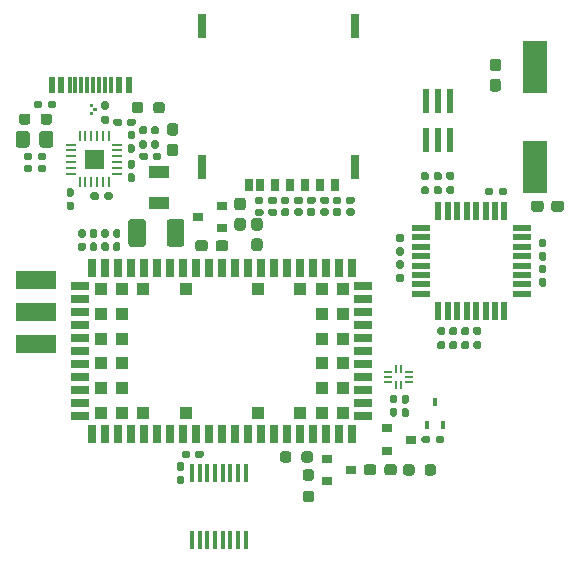
<source format=gtp>
G04 #@! TF.GenerationSoftware,KiCad,Pcbnew,5.1.10-88a1d61d58~90~ubuntu20.04.1*
G04 #@! TF.CreationDate,2021-10-18T20:01:28+01:00*
G04 #@! TF.ProjectId,GPS Hardware,47505320-4861-4726-9477-6172652e6b69,rev?*
G04 #@! TF.SameCoordinates,Original*
G04 #@! TF.FileFunction,Paste,Top*
G04 #@! TF.FilePolarity,Positive*
%FSLAX46Y46*%
G04 Gerber Fmt 4.6, Leading zero omitted, Abs format (unit mm)*
G04 Created by KiCad (PCBNEW 5.1.10-88a1d61d58~90~ubuntu20.04.1) date 2021-10-18 20:01:28*
%MOMM*%
%LPD*%
G01*
G04 APERTURE LIST*
%ADD10C,0.010000*%
%ADD11R,0.800000X1.140000*%
%ADD12R,0.700000X2.100000*%
%ADD13R,0.500000X2.000000*%
%ADD14R,0.550000X1.600000*%
%ADD15R,1.600000X0.550000*%
%ADD16R,0.410000X1.570000*%
%ADD17R,0.450000X0.700000*%
%ADD18R,0.900000X0.800000*%
%ADD19R,1.050000X1.050000*%
%ADD20R,1.550000X0.750000*%
%ADD21R,0.750000X1.550000*%
%ADD22R,0.600000X1.450000*%
%ADD23R,0.300000X1.450000*%
%ADD24R,2.000000X4.500000*%
%ADD25R,3.500000X1.500000*%
%ADD26R,0.200000X0.800000*%
%ADD27R,0.800000X0.200000*%
%ADD28R,0.860000X0.270000*%
%ADD29R,0.270000X0.860000*%
%ADD30R,1.800000X1.100000*%
G04 APERTURE END LIST*
D10*
G36*
X108465000Y-69405000D02*
G01*
X108467617Y-69404931D01*
X108470226Y-69404726D01*
X108472822Y-69404384D01*
X108475396Y-69403907D01*
X108477941Y-69403296D01*
X108480451Y-69402553D01*
X108482918Y-69401679D01*
X108485337Y-69400677D01*
X108487700Y-69399550D01*
X108490000Y-69398301D01*
X108492232Y-69396934D01*
X108494389Y-69395451D01*
X108496466Y-69393857D01*
X108498457Y-69392157D01*
X108500355Y-69390355D01*
X108502157Y-69388457D01*
X108503857Y-69386466D01*
X108505451Y-69384389D01*
X108506934Y-69382232D01*
X108508301Y-69380000D01*
X108509550Y-69377700D01*
X108510677Y-69375337D01*
X108511679Y-69372918D01*
X108512553Y-69370451D01*
X108513296Y-69367941D01*
X108513907Y-69365396D01*
X108514384Y-69362822D01*
X108514726Y-69360226D01*
X108514931Y-69357617D01*
X108515000Y-69355000D01*
X108515000Y-69245000D01*
X108514931Y-69242383D01*
X108514726Y-69239774D01*
X108514384Y-69237178D01*
X108513907Y-69234604D01*
X108513296Y-69232059D01*
X108512553Y-69229549D01*
X108511679Y-69227082D01*
X108510677Y-69224663D01*
X108509550Y-69222300D01*
X108508301Y-69220000D01*
X108506934Y-69217768D01*
X108505451Y-69215611D01*
X108503857Y-69213534D01*
X108502157Y-69211543D01*
X108500355Y-69209645D01*
X108498457Y-69207843D01*
X108496466Y-69206143D01*
X108494389Y-69204549D01*
X108492232Y-69203066D01*
X108490000Y-69201699D01*
X108487700Y-69200450D01*
X108485337Y-69199323D01*
X108482918Y-69198321D01*
X108480451Y-69197447D01*
X108477941Y-69196704D01*
X108475396Y-69196093D01*
X108472822Y-69195616D01*
X108470226Y-69195274D01*
X108467617Y-69195069D01*
X108465000Y-69195000D01*
X108355000Y-69195000D01*
X108352383Y-69195069D01*
X108349774Y-69195274D01*
X108347178Y-69195616D01*
X108344604Y-69196093D01*
X108342059Y-69196704D01*
X108339549Y-69197447D01*
X108337082Y-69198321D01*
X108334663Y-69199323D01*
X108332300Y-69200450D01*
X108330000Y-69201699D01*
X108327768Y-69203066D01*
X108325611Y-69204549D01*
X108323534Y-69206143D01*
X108321543Y-69207843D01*
X108319645Y-69209645D01*
X108317843Y-69211543D01*
X108316143Y-69213534D01*
X108314549Y-69215611D01*
X108313066Y-69217768D01*
X108311699Y-69220000D01*
X108310450Y-69222300D01*
X108309323Y-69224663D01*
X108308321Y-69227082D01*
X108307447Y-69229549D01*
X108306704Y-69232059D01*
X108306093Y-69234604D01*
X108305616Y-69237178D01*
X108305274Y-69239774D01*
X108305069Y-69242383D01*
X108305000Y-69245000D01*
X108305000Y-69355000D01*
X108305069Y-69357617D01*
X108305274Y-69360226D01*
X108305616Y-69362822D01*
X108306093Y-69365396D01*
X108306704Y-69367941D01*
X108307447Y-69370451D01*
X108308321Y-69372918D01*
X108309323Y-69375337D01*
X108310450Y-69377700D01*
X108311699Y-69380000D01*
X108313066Y-69382232D01*
X108314549Y-69384389D01*
X108316143Y-69386466D01*
X108317843Y-69388457D01*
X108319645Y-69390355D01*
X108321543Y-69392157D01*
X108323534Y-69393857D01*
X108325611Y-69395451D01*
X108327768Y-69396934D01*
X108330000Y-69398301D01*
X108332300Y-69399550D01*
X108334663Y-69400677D01*
X108337082Y-69401679D01*
X108339549Y-69402553D01*
X108342059Y-69403296D01*
X108344604Y-69403907D01*
X108347178Y-69404384D01*
X108349774Y-69404726D01*
X108352383Y-69404931D01*
X108355000Y-69405000D01*
X108465000Y-69405000D01*
G37*
X108465000Y-69405000D02*
X108467617Y-69404931D01*
X108470226Y-69404726D01*
X108472822Y-69404384D01*
X108475396Y-69403907D01*
X108477941Y-69403296D01*
X108480451Y-69402553D01*
X108482918Y-69401679D01*
X108485337Y-69400677D01*
X108487700Y-69399550D01*
X108490000Y-69398301D01*
X108492232Y-69396934D01*
X108494389Y-69395451D01*
X108496466Y-69393857D01*
X108498457Y-69392157D01*
X108500355Y-69390355D01*
X108502157Y-69388457D01*
X108503857Y-69386466D01*
X108505451Y-69384389D01*
X108506934Y-69382232D01*
X108508301Y-69380000D01*
X108509550Y-69377700D01*
X108510677Y-69375337D01*
X108511679Y-69372918D01*
X108512553Y-69370451D01*
X108513296Y-69367941D01*
X108513907Y-69365396D01*
X108514384Y-69362822D01*
X108514726Y-69360226D01*
X108514931Y-69357617D01*
X108515000Y-69355000D01*
X108515000Y-69245000D01*
X108514931Y-69242383D01*
X108514726Y-69239774D01*
X108514384Y-69237178D01*
X108513907Y-69234604D01*
X108513296Y-69232059D01*
X108512553Y-69229549D01*
X108511679Y-69227082D01*
X108510677Y-69224663D01*
X108509550Y-69222300D01*
X108508301Y-69220000D01*
X108506934Y-69217768D01*
X108505451Y-69215611D01*
X108503857Y-69213534D01*
X108502157Y-69211543D01*
X108500355Y-69209645D01*
X108498457Y-69207843D01*
X108496466Y-69206143D01*
X108494389Y-69204549D01*
X108492232Y-69203066D01*
X108490000Y-69201699D01*
X108487700Y-69200450D01*
X108485337Y-69199323D01*
X108482918Y-69198321D01*
X108480451Y-69197447D01*
X108477941Y-69196704D01*
X108475396Y-69196093D01*
X108472822Y-69195616D01*
X108470226Y-69195274D01*
X108467617Y-69195069D01*
X108465000Y-69195000D01*
X108355000Y-69195000D01*
X108352383Y-69195069D01*
X108349774Y-69195274D01*
X108347178Y-69195616D01*
X108344604Y-69196093D01*
X108342059Y-69196704D01*
X108339549Y-69197447D01*
X108337082Y-69198321D01*
X108334663Y-69199323D01*
X108332300Y-69200450D01*
X108330000Y-69201699D01*
X108327768Y-69203066D01*
X108325611Y-69204549D01*
X108323534Y-69206143D01*
X108321543Y-69207843D01*
X108319645Y-69209645D01*
X108317843Y-69211543D01*
X108316143Y-69213534D01*
X108314549Y-69215611D01*
X108313066Y-69217768D01*
X108311699Y-69220000D01*
X108310450Y-69222300D01*
X108309323Y-69224663D01*
X108308321Y-69227082D01*
X108307447Y-69229549D01*
X108306704Y-69232059D01*
X108306093Y-69234604D01*
X108305616Y-69237178D01*
X108305274Y-69239774D01*
X108305069Y-69242383D01*
X108305000Y-69245000D01*
X108305000Y-69355000D01*
X108305069Y-69357617D01*
X108305274Y-69360226D01*
X108305616Y-69362822D01*
X108306093Y-69365396D01*
X108306704Y-69367941D01*
X108307447Y-69370451D01*
X108308321Y-69372918D01*
X108309323Y-69375337D01*
X108310450Y-69377700D01*
X108311699Y-69380000D01*
X108313066Y-69382232D01*
X108314549Y-69384389D01*
X108316143Y-69386466D01*
X108317843Y-69388457D01*
X108319645Y-69390355D01*
X108321543Y-69392157D01*
X108323534Y-69393857D01*
X108325611Y-69395451D01*
X108327768Y-69396934D01*
X108330000Y-69398301D01*
X108332300Y-69399550D01*
X108334663Y-69400677D01*
X108337082Y-69401679D01*
X108339549Y-69402553D01*
X108342059Y-69403296D01*
X108344604Y-69403907D01*
X108347178Y-69404384D01*
X108349774Y-69404726D01*
X108352383Y-69404931D01*
X108355000Y-69405000D01*
X108465000Y-69405000D01*
G36*
X108165000Y-69065000D02*
G01*
X108167617Y-69064931D01*
X108170226Y-69064726D01*
X108172822Y-69064384D01*
X108175396Y-69063907D01*
X108177941Y-69063296D01*
X108180451Y-69062553D01*
X108182918Y-69061679D01*
X108185337Y-69060677D01*
X108187700Y-69059550D01*
X108190000Y-69058301D01*
X108192232Y-69056934D01*
X108194389Y-69055451D01*
X108196466Y-69053857D01*
X108198457Y-69052157D01*
X108200355Y-69050355D01*
X108202157Y-69048457D01*
X108203857Y-69046466D01*
X108205451Y-69044389D01*
X108206934Y-69042232D01*
X108208301Y-69040000D01*
X108209550Y-69037700D01*
X108210677Y-69035337D01*
X108211679Y-69032918D01*
X108212553Y-69030451D01*
X108213296Y-69027941D01*
X108213907Y-69025396D01*
X108214384Y-69022822D01*
X108214726Y-69020226D01*
X108214931Y-69017617D01*
X108215000Y-69015000D01*
X108215000Y-68905000D01*
X108214931Y-68902383D01*
X108214726Y-68899774D01*
X108214384Y-68897178D01*
X108213907Y-68894604D01*
X108213296Y-68892059D01*
X108212553Y-68889549D01*
X108211679Y-68887082D01*
X108210677Y-68884663D01*
X108209550Y-68882300D01*
X108208301Y-68880000D01*
X108206934Y-68877768D01*
X108205451Y-68875611D01*
X108203857Y-68873534D01*
X108202157Y-68871543D01*
X108200355Y-68869645D01*
X108198457Y-68867843D01*
X108196466Y-68866143D01*
X108194389Y-68864549D01*
X108192232Y-68863066D01*
X108190000Y-68861699D01*
X108187700Y-68860450D01*
X108185337Y-68859323D01*
X108182918Y-68858321D01*
X108180451Y-68857447D01*
X108177941Y-68856704D01*
X108175396Y-68856093D01*
X108172822Y-68855616D01*
X108170226Y-68855274D01*
X108167617Y-68855069D01*
X108165000Y-68855000D01*
X108055000Y-68855000D01*
X108052383Y-68855069D01*
X108049774Y-68855274D01*
X108047178Y-68855616D01*
X108044604Y-68856093D01*
X108042059Y-68856704D01*
X108039549Y-68857447D01*
X108037082Y-68858321D01*
X108034663Y-68859323D01*
X108032300Y-68860450D01*
X108030000Y-68861699D01*
X108027768Y-68863066D01*
X108025611Y-68864549D01*
X108023534Y-68866143D01*
X108021543Y-68867843D01*
X108019645Y-68869645D01*
X108017843Y-68871543D01*
X108016143Y-68873534D01*
X108014549Y-68875611D01*
X108013066Y-68877768D01*
X108011699Y-68880000D01*
X108010450Y-68882300D01*
X108009323Y-68884663D01*
X108008321Y-68887082D01*
X108007447Y-68889549D01*
X108006704Y-68892059D01*
X108006093Y-68894604D01*
X108005616Y-68897178D01*
X108005274Y-68899774D01*
X108005069Y-68902383D01*
X108005000Y-68905000D01*
X108005000Y-69015000D01*
X108005069Y-69017617D01*
X108005274Y-69020226D01*
X108005616Y-69022822D01*
X108006093Y-69025396D01*
X108006704Y-69027941D01*
X108007447Y-69030451D01*
X108008321Y-69032918D01*
X108009323Y-69035337D01*
X108010450Y-69037700D01*
X108011699Y-69040000D01*
X108013066Y-69042232D01*
X108014549Y-69044389D01*
X108016143Y-69046466D01*
X108017843Y-69048457D01*
X108019645Y-69050355D01*
X108021543Y-69052157D01*
X108023534Y-69053857D01*
X108025611Y-69055451D01*
X108027768Y-69056934D01*
X108030000Y-69058301D01*
X108032300Y-69059550D01*
X108034663Y-69060677D01*
X108037082Y-69061679D01*
X108039549Y-69062553D01*
X108042059Y-69063296D01*
X108044604Y-69063907D01*
X108047178Y-69064384D01*
X108049774Y-69064726D01*
X108052383Y-69064931D01*
X108055000Y-69065000D01*
X108165000Y-69065000D01*
G37*
X108165000Y-69065000D02*
X108167617Y-69064931D01*
X108170226Y-69064726D01*
X108172822Y-69064384D01*
X108175396Y-69063907D01*
X108177941Y-69063296D01*
X108180451Y-69062553D01*
X108182918Y-69061679D01*
X108185337Y-69060677D01*
X108187700Y-69059550D01*
X108190000Y-69058301D01*
X108192232Y-69056934D01*
X108194389Y-69055451D01*
X108196466Y-69053857D01*
X108198457Y-69052157D01*
X108200355Y-69050355D01*
X108202157Y-69048457D01*
X108203857Y-69046466D01*
X108205451Y-69044389D01*
X108206934Y-69042232D01*
X108208301Y-69040000D01*
X108209550Y-69037700D01*
X108210677Y-69035337D01*
X108211679Y-69032918D01*
X108212553Y-69030451D01*
X108213296Y-69027941D01*
X108213907Y-69025396D01*
X108214384Y-69022822D01*
X108214726Y-69020226D01*
X108214931Y-69017617D01*
X108215000Y-69015000D01*
X108215000Y-68905000D01*
X108214931Y-68902383D01*
X108214726Y-68899774D01*
X108214384Y-68897178D01*
X108213907Y-68894604D01*
X108213296Y-68892059D01*
X108212553Y-68889549D01*
X108211679Y-68887082D01*
X108210677Y-68884663D01*
X108209550Y-68882300D01*
X108208301Y-68880000D01*
X108206934Y-68877768D01*
X108205451Y-68875611D01*
X108203857Y-68873534D01*
X108202157Y-68871543D01*
X108200355Y-68869645D01*
X108198457Y-68867843D01*
X108196466Y-68866143D01*
X108194389Y-68864549D01*
X108192232Y-68863066D01*
X108190000Y-68861699D01*
X108187700Y-68860450D01*
X108185337Y-68859323D01*
X108182918Y-68858321D01*
X108180451Y-68857447D01*
X108177941Y-68856704D01*
X108175396Y-68856093D01*
X108172822Y-68855616D01*
X108170226Y-68855274D01*
X108167617Y-68855069D01*
X108165000Y-68855000D01*
X108055000Y-68855000D01*
X108052383Y-68855069D01*
X108049774Y-68855274D01*
X108047178Y-68855616D01*
X108044604Y-68856093D01*
X108042059Y-68856704D01*
X108039549Y-68857447D01*
X108037082Y-68858321D01*
X108034663Y-68859323D01*
X108032300Y-68860450D01*
X108030000Y-68861699D01*
X108027768Y-68863066D01*
X108025611Y-68864549D01*
X108023534Y-68866143D01*
X108021543Y-68867843D01*
X108019645Y-68869645D01*
X108017843Y-68871543D01*
X108016143Y-68873534D01*
X108014549Y-68875611D01*
X108013066Y-68877768D01*
X108011699Y-68880000D01*
X108010450Y-68882300D01*
X108009323Y-68884663D01*
X108008321Y-68887082D01*
X108007447Y-68889549D01*
X108006704Y-68892059D01*
X108006093Y-68894604D01*
X108005616Y-68897178D01*
X108005274Y-68899774D01*
X108005069Y-68902383D01*
X108005000Y-68905000D01*
X108005000Y-69015000D01*
X108005069Y-69017617D01*
X108005274Y-69020226D01*
X108005616Y-69022822D01*
X108006093Y-69025396D01*
X108006704Y-69027941D01*
X108007447Y-69030451D01*
X108008321Y-69032918D01*
X108009323Y-69035337D01*
X108010450Y-69037700D01*
X108011699Y-69040000D01*
X108013066Y-69042232D01*
X108014549Y-69044389D01*
X108016143Y-69046466D01*
X108017843Y-69048457D01*
X108019645Y-69050355D01*
X108021543Y-69052157D01*
X108023534Y-69053857D01*
X108025611Y-69055451D01*
X108027768Y-69056934D01*
X108030000Y-69058301D01*
X108032300Y-69059550D01*
X108034663Y-69060677D01*
X108037082Y-69061679D01*
X108039549Y-69062553D01*
X108042059Y-69063296D01*
X108044604Y-69063907D01*
X108047178Y-69064384D01*
X108049774Y-69064726D01*
X108052383Y-69064931D01*
X108055000Y-69065000D01*
X108165000Y-69065000D01*
G36*
X108165000Y-69745000D02*
G01*
X108167617Y-69744931D01*
X108170226Y-69744726D01*
X108172822Y-69744384D01*
X108175396Y-69743907D01*
X108177941Y-69743296D01*
X108180451Y-69742553D01*
X108182918Y-69741679D01*
X108185337Y-69740677D01*
X108187700Y-69739550D01*
X108190000Y-69738301D01*
X108192232Y-69736934D01*
X108194389Y-69735451D01*
X108196466Y-69733857D01*
X108198457Y-69732157D01*
X108200355Y-69730355D01*
X108202157Y-69728457D01*
X108203857Y-69726466D01*
X108205451Y-69724389D01*
X108206934Y-69722232D01*
X108208301Y-69720000D01*
X108209550Y-69717700D01*
X108210677Y-69715337D01*
X108211679Y-69712918D01*
X108212553Y-69710451D01*
X108213296Y-69707941D01*
X108213907Y-69705396D01*
X108214384Y-69702822D01*
X108214726Y-69700226D01*
X108214931Y-69697617D01*
X108215000Y-69695000D01*
X108215000Y-69585000D01*
X108214931Y-69582383D01*
X108214726Y-69579774D01*
X108214384Y-69577178D01*
X108213907Y-69574604D01*
X108213296Y-69572059D01*
X108212553Y-69569549D01*
X108211679Y-69567082D01*
X108210677Y-69564663D01*
X108209550Y-69562300D01*
X108208301Y-69560000D01*
X108206934Y-69557768D01*
X108205451Y-69555611D01*
X108203857Y-69553534D01*
X108202157Y-69551543D01*
X108200355Y-69549645D01*
X108198457Y-69547843D01*
X108196466Y-69546143D01*
X108194389Y-69544549D01*
X108192232Y-69543066D01*
X108190000Y-69541699D01*
X108187700Y-69540450D01*
X108185337Y-69539323D01*
X108182918Y-69538321D01*
X108180451Y-69537447D01*
X108177941Y-69536704D01*
X108175396Y-69536093D01*
X108172822Y-69535616D01*
X108170226Y-69535274D01*
X108167617Y-69535069D01*
X108165000Y-69535000D01*
X108055000Y-69535000D01*
X108052383Y-69535069D01*
X108049774Y-69535274D01*
X108047178Y-69535616D01*
X108044604Y-69536093D01*
X108042059Y-69536704D01*
X108039549Y-69537447D01*
X108037082Y-69538321D01*
X108034663Y-69539323D01*
X108032300Y-69540450D01*
X108030000Y-69541699D01*
X108027768Y-69543066D01*
X108025611Y-69544549D01*
X108023534Y-69546143D01*
X108021543Y-69547843D01*
X108019645Y-69549645D01*
X108017843Y-69551543D01*
X108016143Y-69553534D01*
X108014549Y-69555611D01*
X108013066Y-69557768D01*
X108011699Y-69560000D01*
X108010450Y-69562300D01*
X108009323Y-69564663D01*
X108008321Y-69567082D01*
X108007447Y-69569549D01*
X108006704Y-69572059D01*
X108006093Y-69574604D01*
X108005616Y-69577178D01*
X108005274Y-69579774D01*
X108005069Y-69582383D01*
X108005000Y-69585000D01*
X108005000Y-69695000D01*
X108005069Y-69697617D01*
X108005274Y-69700226D01*
X108005616Y-69702822D01*
X108006093Y-69705396D01*
X108006704Y-69707941D01*
X108007447Y-69710451D01*
X108008321Y-69712918D01*
X108009323Y-69715337D01*
X108010450Y-69717700D01*
X108011699Y-69720000D01*
X108013066Y-69722232D01*
X108014549Y-69724389D01*
X108016143Y-69726466D01*
X108017843Y-69728457D01*
X108019645Y-69730355D01*
X108021543Y-69732157D01*
X108023534Y-69733857D01*
X108025611Y-69735451D01*
X108027768Y-69736934D01*
X108030000Y-69738301D01*
X108032300Y-69739550D01*
X108034663Y-69740677D01*
X108037082Y-69741679D01*
X108039549Y-69742553D01*
X108042059Y-69743296D01*
X108044604Y-69743907D01*
X108047178Y-69744384D01*
X108049774Y-69744726D01*
X108052383Y-69744931D01*
X108055000Y-69745000D01*
X108165000Y-69745000D01*
G37*
X108165000Y-69745000D02*
X108167617Y-69744931D01*
X108170226Y-69744726D01*
X108172822Y-69744384D01*
X108175396Y-69743907D01*
X108177941Y-69743296D01*
X108180451Y-69742553D01*
X108182918Y-69741679D01*
X108185337Y-69740677D01*
X108187700Y-69739550D01*
X108190000Y-69738301D01*
X108192232Y-69736934D01*
X108194389Y-69735451D01*
X108196466Y-69733857D01*
X108198457Y-69732157D01*
X108200355Y-69730355D01*
X108202157Y-69728457D01*
X108203857Y-69726466D01*
X108205451Y-69724389D01*
X108206934Y-69722232D01*
X108208301Y-69720000D01*
X108209550Y-69717700D01*
X108210677Y-69715337D01*
X108211679Y-69712918D01*
X108212553Y-69710451D01*
X108213296Y-69707941D01*
X108213907Y-69705396D01*
X108214384Y-69702822D01*
X108214726Y-69700226D01*
X108214931Y-69697617D01*
X108215000Y-69695000D01*
X108215000Y-69585000D01*
X108214931Y-69582383D01*
X108214726Y-69579774D01*
X108214384Y-69577178D01*
X108213907Y-69574604D01*
X108213296Y-69572059D01*
X108212553Y-69569549D01*
X108211679Y-69567082D01*
X108210677Y-69564663D01*
X108209550Y-69562300D01*
X108208301Y-69560000D01*
X108206934Y-69557768D01*
X108205451Y-69555611D01*
X108203857Y-69553534D01*
X108202157Y-69551543D01*
X108200355Y-69549645D01*
X108198457Y-69547843D01*
X108196466Y-69546143D01*
X108194389Y-69544549D01*
X108192232Y-69543066D01*
X108190000Y-69541699D01*
X108187700Y-69540450D01*
X108185337Y-69539323D01*
X108182918Y-69538321D01*
X108180451Y-69537447D01*
X108177941Y-69536704D01*
X108175396Y-69536093D01*
X108172822Y-69535616D01*
X108170226Y-69535274D01*
X108167617Y-69535069D01*
X108165000Y-69535000D01*
X108055000Y-69535000D01*
X108052383Y-69535069D01*
X108049774Y-69535274D01*
X108047178Y-69535616D01*
X108044604Y-69536093D01*
X108042059Y-69536704D01*
X108039549Y-69537447D01*
X108037082Y-69538321D01*
X108034663Y-69539323D01*
X108032300Y-69540450D01*
X108030000Y-69541699D01*
X108027768Y-69543066D01*
X108025611Y-69544549D01*
X108023534Y-69546143D01*
X108021543Y-69547843D01*
X108019645Y-69549645D01*
X108017843Y-69551543D01*
X108016143Y-69553534D01*
X108014549Y-69555611D01*
X108013066Y-69557768D01*
X108011699Y-69560000D01*
X108010450Y-69562300D01*
X108009323Y-69564663D01*
X108008321Y-69567082D01*
X108007447Y-69569549D01*
X108006704Y-69572059D01*
X108006093Y-69574604D01*
X108005616Y-69577178D01*
X108005274Y-69579774D01*
X108005069Y-69582383D01*
X108005000Y-69585000D01*
X108005000Y-69695000D01*
X108005069Y-69697617D01*
X108005274Y-69700226D01*
X108005616Y-69702822D01*
X108006093Y-69705396D01*
X108006704Y-69707941D01*
X108007447Y-69710451D01*
X108008321Y-69712918D01*
X108009323Y-69715337D01*
X108010450Y-69717700D01*
X108011699Y-69720000D01*
X108013066Y-69722232D01*
X108014549Y-69724389D01*
X108016143Y-69726466D01*
X108017843Y-69728457D01*
X108019645Y-69730355D01*
X108021543Y-69732157D01*
X108023534Y-69733857D01*
X108025611Y-69735451D01*
X108027768Y-69736934D01*
X108030000Y-69738301D01*
X108032300Y-69739550D01*
X108034663Y-69740677D01*
X108037082Y-69741679D01*
X108039549Y-69742553D01*
X108042059Y-69743296D01*
X108044604Y-69743907D01*
X108047178Y-69744384D01*
X108049774Y-69744726D01*
X108052383Y-69744931D01*
X108055000Y-69745000D01*
X108165000Y-69745000D01*
G36*
X109164000Y-72795000D02*
G01*
X109164000Y-74345000D01*
X107614000Y-74345000D01*
X107614000Y-72795000D01*
X109164000Y-72795000D01*
G37*
X109164000Y-72795000D02*
X109164000Y-74345000D01*
X107614000Y-74345000D01*
X107614000Y-72795000D01*
X109164000Y-72795000D01*
D11*
X128800000Y-75735000D03*
X127530000Y-75735000D03*
X126260000Y-75735000D03*
X124990000Y-75735000D03*
X123720000Y-75735000D03*
X122450000Y-75735000D03*
X121500000Y-75735000D03*
D12*
X130470000Y-74255000D03*
X117470000Y-74255000D03*
X130470000Y-62255000D03*
X117470000Y-62255000D03*
D13*
X138490000Y-68660000D03*
X138490000Y-71960000D03*
X137490000Y-68660000D03*
X137490000Y-71960000D03*
X136490000Y-68660000D03*
X136490000Y-71960000D03*
D14*
X143120000Y-86420000D03*
X142320000Y-86420000D03*
X141520000Y-86420000D03*
X140720000Y-86420000D03*
X139920000Y-86420000D03*
X139120000Y-86420000D03*
X138320000Y-86420000D03*
X137520000Y-86420000D03*
D15*
X136070000Y-84970000D03*
X136070000Y-84170000D03*
X136070000Y-83370000D03*
X136070000Y-82570000D03*
X136070000Y-81770000D03*
X136070000Y-80970000D03*
X136070000Y-80170000D03*
X136070000Y-79370000D03*
D14*
X137520000Y-77920000D03*
X138320000Y-77920000D03*
X139120000Y-77920000D03*
X139920000Y-77920000D03*
X140720000Y-77920000D03*
X141520000Y-77920000D03*
X142320000Y-77920000D03*
X143120000Y-77920000D03*
D15*
X144570000Y-79370000D03*
X144570000Y-80170000D03*
X144570000Y-80970000D03*
X144570000Y-81770000D03*
X144570000Y-82570000D03*
X144570000Y-83370000D03*
X144570000Y-84170000D03*
X144570000Y-84970000D03*
D16*
X116655000Y-105830000D03*
X117305000Y-105830000D03*
X117955000Y-105830000D03*
X118605000Y-105830000D03*
X119255000Y-105830000D03*
X119905000Y-105830000D03*
X120555000Y-105830000D03*
X121205000Y-105830000D03*
X121205000Y-100090000D03*
X120555000Y-100090000D03*
X119905000Y-100090000D03*
X119255000Y-100090000D03*
X118605000Y-100090000D03*
X117955000Y-100090000D03*
X117305000Y-100090000D03*
X116655000Y-100090000D03*
G36*
G01*
X122397500Y-79617500D02*
X121922500Y-79617500D01*
G75*
G02*
X121685000Y-79380000I0J237500D01*
G01*
X121685000Y-78780000D01*
G75*
G02*
X121922500Y-78542500I237500J0D01*
G01*
X122397500Y-78542500D01*
G75*
G02*
X122635000Y-78780000I0J-237500D01*
G01*
X122635000Y-79380000D01*
G75*
G02*
X122397500Y-79617500I-237500J0D01*
G01*
G37*
G36*
G01*
X122397500Y-81342500D02*
X121922500Y-81342500D01*
G75*
G02*
X121685000Y-81105000I0J237500D01*
G01*
X121685000Y-80505000D01*
G75*
G02*
X121922500Y-80267500I237500J0D01*
G01*
X122397500Y-80267500D01*
G75*
G02*
X122635000Y-80505000I0J-237500D01*
G01*
X122635000Y-81105000D01*
G75*
G02*
X122397500Y-81342500I-237500J0D01*
G01*
G37*
G36*
G01*
X122712500Y-76900000D02*
X122712500Y-77210000D01*
G75*
G02*
X122557500Y-77365000I-155000J0D01*
G01*
X122132500Y-77365000D01*
G75*
G02*
X121977500Y-77210000I0J155000D01*
G01*
X121977500Y-76900000D01*
G75*
G02*
X122132500Y-76745000I155000J0D01*
G01*
X122557500Y-76745000D01*
G75*
G02*
X122712500Y-76900000I0J-155000D01*
G01*
G37*
G36*
G01*
X123847500Y-76900000D02*
X123847500Y-77210000D01*
G75*
G02*
X123692500Y-77365000I-155000J0D01*
G01*
X123267500Y-77365000D01*
G75*
G02*
X123112500Y-77210000I0J155000D01*
G01*
X123112500Y-76900000D01*
G75*
G02*
X123267500Y-76745000I155000J0D01*
G01*
X123692500Y-76745000D01*
G75*
G02*
X123847500Y-76900000I0J-155000D01*
G01*
G37*
G36*
G01*
X134570000Y-94650000D02*
X134880000Y-94650000D01*
G75*
G02*
X135035000Y-94805000I0J-155000D01*
G01*
X135035000Y-95230000D01*
G75*
G02*
X134880000Y-95385000I-155000J0D01*
G01*
X134570000Y-95385000D01*
G75*
G02*
X134415000Y-95230000I0J155000D01*
G01*
X134415000Y-94805000D01*
G75*
G02*
X134570000Y-94650000I155000J0D01*
G01*
G37*
G36*
G01*
X134570000Y-93515000D02*
X134880000Y-93515000D01*
G75*
G02*
X135035000Y-93670000I0J-155000D01*
G01*
X135035000Y-94095000D01*
G75*
G02*
X134880000Y-94250000I-155000J0D01*
G01*
X134570000Y-94250000D01*
G75*
G02*
X134415000Y-94095000I0J155000D01*
G01*
X134415000Y-93670000D01*
G75*
G02*
X134570000Y-93515000I155000J0D01*
G01*
G37*
G36*
G01*
X133570000Y-94625000D02*
X133880000Y-94625000D01*
G75*
G02*
X134035000Y-94780000I0J-155000D01*
G01*
X134035000Y-95205000D01*
G75*
G02*
X133880000Y-95360000I-155000J0D01*
G01*
X133570000Y-95360000D01*
G75*
G02*
X133415000Y-95205000I0J155000D01*
G01*
X133415000Y-94780000D01*
G75*
G02*
X133570000Y-94625000I155000J0D01*
G01*
G37*
G36*
G01*
X133570000Y-93490000D02*
X133880000Y-93490000D01*
G75*
G02*
X134035000Y-93645000I0J-155000D01*
G01*
X134035000Y-94070000D01*
G75*
G02*
X133880000Y-94225000I-155000J0D01*
G01*
X133570000Y-94225000D01*
G75*
G02*
X133415000Y-94070000I0J155000D01*
G01*
X133415000Y-93645000D01*
G75*
G02*
X133570000Y-93490000I155000J0D01*
G01*
G37*
G36*
G01*
X134120000Y-83250000D02*
X134430000Y-83250000D01*
G75*
G02*
X134585000Y-83405000I0J-155000D01*
G01*
X134585000Y-83830000D01*
G75*
G02*
X134430000Y-83985000I-155000J0D01*
G01*
X134120000Y-83985000D01*
G75*
G02*
X133965000Y-83830000I0J155000D01*
G01*
X133965000Y-83405000D01*
G75*
G02*
X134120000Y-83250000I155000J0D01*
G01*
G37*
G36*
G01*
X134120000Y-82115000D02*
X134430000Y-82115000D01*
G75*
G02*
X134585000Y-82270000I0J-155000D01*
G01*
X134585000Y-82695000D01*
G75*
G02*
X134430000Y-82850000I-155000J0D01*
G01*
X134120000Y-82850000D01*
G75*
G02*
X133965000Y-82695000I0J155000D01*
G01*
X133965000Y-82270000D01*
G75*
G02*
X134120000Y-82115000I155000J0D01*
G01*
G37*
G36*
G01*
X136807500Y-97140000D02*
X136807500Y-97460000D01*
G75*
G02*
X136647500Y-97620000I-160000J0D01*
G01*
X136252500Y-97620000D01*
G75*
G02*
X136092500Y-97460000I0J160000D01*
G01*
X136092500Y-97140000D01*
G75*
G02*
X136252500Y-96980000I160000J0D01*
G01*
X136647500Y-96980000D01*
G75*
G02*
X136807500Y-97140000I0J-160000D01*
G01*
G37*
G36*
G01*
X138002500Y-97140000D02*
X138002500Y-97460000D01*
G75*
G02*
X137842500Y-97620000I-160000J0D01*
G01*
X137447500Y-97620000D01*
G75*
G02*
X137287500Y-97460000I0J160000D01*
G01*
X137287500Y-97140000D01*
G75*
G02*
X137447500Y-96980000I160000J0D01*
G01*
X137842500Y-96980000D01*
G75*
G02*
X138002500Y-97140000I0J-160000D01*
G01*
G37*
G36*
G01*
X102987500Y-69937500D02*
X102987500Y-70412500D01*
G75*
G02*
X102750000Y-70650000I-237500J0D01*
G01*
X102250000Y-70650000D01*
G75*
G02*
X102012500Y-70412500I0J237500D01*
G01*
X102012500Y-69937500D01*
G75*
G02*
X102250000Y-69700000I237500J0D01*
G01*
X102750000Y-69700000D01*
G75*
G02*
X102987500Y-69937500I0J-237500D01*
G01*
G37*
G36*
G01*
X104812500Y-69937500D02*
X104812500Y-70412500D01*
G75*
G02*
X104575000Y-70650000I-237500J0D01*
G01*
X104075000Y-70650000D01*
G75*
G02*
X103837500Y-70412500I0J237500D01*
G01*
X103837500Y-69937500D01*
G75*
G02*
X104075000Y-69700000I237500J0D01*
G01*
X104575000Y-69700000D01*
G75*
G02*
X104812500Y-69937500I0J-237500D01*
G01*
G37*
D17*
X137225000Y-94100000D03*
X137875000Y-96100000D03*
X136575000Y-96100000D03*
D18*
X135200000Y-97300000D03*
X133200000Y-98250000D03*
X133200000Y-96350000D03*
G36*
G01*
X110455000Y-80212500D02*
X110145000Y-80212500D01*
G75*
G02*
X109990000Y-80057500I0J155000D01*
G01*
X109990000Y-79632500D01*
G75*
G02*
X110145000Y-79477500I155000J0D01*
G01*
X110455000Y-79477500D01*
G75*
G02*
X110610000Y-79632500I0J-155000D01*
G01*
X110610000Y-80057500D01*
G75*
G02*
X110455000Y-80212500I-155000J0D01*
G01*
G37*
G36*
G01*
X110455000Y-81347500D02*
X110145000Y-81347500D01*
G75*
G02*
X109990000Y-81192500I0J155000D01*
G01*
X109990000Y-80767500D01*
G75*
G02*
X110145000Y-80612500I155000J0D01*
G01*
X110455000Y-80612500D01*
G75*
G02*
X110610000Y-80767500I0J-155000D01*
G01*
X110610000Y-81192500D01*
G75*
G02*
X110455000Y-81347500I-155000J0D01*
G01*
G37*
G36*
G01*
X106195000Y-77150000D02*
X106505000Y-77150000D01*
G75*
G02*
X106660000Y-77305000I0J-155000D01*
G01*
X106660000Y-77730000D01*
G75*
G02*
X106505000Y-77885000I-155000J0D01*
G01*
X106195000Y-77885000D01*
G75*
G02*
X106040000Y-77730000I0J155000D01*
G01*
X106040000Y-77305000D01*
G75*
G02*
X106195000Y-77150000I155000J0D01*
G01*
G37*
G36*
G01*
X106195000Y-76015000D02*
X106505000Y-76015000D01*
G75*
G02*
X106660000Y-76170000I0J-155000D01*
G01*
X106660000Y-76595000D01*
G75*
G02*
X106505000Y-76750000I-155000J0D01*
G01*
X106195000Y-76750000D01*
G75*
G02*
X106040000Y-76595000I0J155000D01*
G01*
X106040000Y-76170000D01*
G75*
G02*
X106195000Y-76015000I155000J0D01*
G01*
G37*
G36*
G01*
X109202500Y-76835000D02*
X109202500Y-76525000D01*
G75*
G02*
X109357500Y-76370000I155000J0D01*
G01*
X109782500Y-76370000D01*
G75*
G02*
X109937500Y-76525000I0J-155000D01*
G01*
X109937500Y-76835000D01*
G75*
G02*
X109782500Y-76990000I-155000J0D01*
G01*
X109357500Y-76990000D01*
G75*
G02*
X109202500Y-76835000I0J155000D01*
G01*
G37*
G36*
G01*
X108067500Y-76835000D02*
X108067500Y-76525000D01*
G75*
G02*
X108222500Y-76370000I155000J0D01*
G01*
X108647500Y-76370000D01*
G75*
G02*
X108802500Y-76525000I0J-155000D01*
G01*
X108802500Y-76835000D01*
G75*
G02*
X108647500Y-76990000I-155000J0D01*
G01*
X108222500Y-76990000D01*
G75*
G02*
X108067500Y-76835000I0J155000D01*
G01*
G37*
G36*
G01*
X136230000Y-75832500D02*
X136550000Y-75832500D01*
G75*
G02*
X136710000Y-75992500I0J-160000D01*
G01*
X136710000Y-76387500D01*
G75*
G02*
X136550000Y-76547500I-160000J0D01*
G01*
X136230000Y-76547500D01*
G75*
G02*
X136070000Y-76387500I0J160000D01*
G01*
X136070000Y-75992500D01*
G75*
G02*
X136230000Y-75832500I160000J0D01*
G01*
G37*
G36*
G01*
X136230000Y-74637500D02*
X136550000Y-74637500D01*
G75*
G02*
X136710000Y-74797500I0J-160000D01*
G01*
X136710000Y-75192500D01*
G75*
G02*
X136550000Y-75352500I-160000J0D01*
G01*
X136230000Y-75352500D01*
G75*
G02*
X136070000Y-75192500I0J160000D01*
G01*
X136070000Y-74797500D01*
G75*
G02*
X136230000Y-74637500I160000J0D01*
G01*
G37*
G36*
G01*
X137320000Y-75832500D02*
X137640000Y-75832500D01*
G75*
G02*
X137800000Y-75992500I0J-160000D01*
G01*
X137800000Y-76387500D01*
G75*
G02*
X137640000Y-76547500I-160000J0D01*
G01*
X137320000Y-76547500D01*
G75*
G02*
X137160000Y-76387500I0J160000D01*
G01*
X137160000Y-75992500D01*
G75*
G02*
X137320000Y-75832500I160000J0D01*
G01*
G37*
G36*
G01*
X137320000Y-74637500D02*
X137640000Y-74637500D01*
G75*
G02*
X137800000Y-74797500I0J-160000D01*
G01*
X137800000Y-75192500D01*
G75*
G02*
X137640000Y-75352500I-160000J0D01*
G01*
X137320000Y-75352500D01*
G75*
G02*
X137160000Y-75192500I0J160000D01*
G01*
X137160000Y-74797500D01*
G75*
G02*
X137320000Y-74637500I160000J0D01*
G01*
G37*
G36*
G01*
X138360000Y-75812500D02*
X138680000Y-75812500D01*
G75*
G02*
X138840000Y-75972500I0J-160000D01*
G01*
X138840000Y-76367500D01*
G75*
G02*
X138680000Y-76527500I-160000J0D01*
G01*
X138360000Y-76527500D01*
G75*
G02*
X138200000Y-76367500I0J160000D01*
G01*
X138200000Y-75972500D01*
G75*
G02*
X138360000Y-75812500I160000J0D01*
G01*
G37*
G36*
G01*
X138360000Y-74617500D02*
X138680000Y-74617500D01*
G75*
G02*
X138840000Y-74777500I0J-160000D01*
G01*
X138840000Y-75172500D01*
G75*
G02*
X138680000Y-75332500I-160000J0D01*
G01*
X138360000Y-75332500D01*
G75*
G02*
X138200000Y-75172500I0J160000D01*
G01*
X138200000Y-74777500D01*
G75*
G02*
X138360000Y-74617500I160000J0D01*
G01*
G37*
G36*
G01*
X137920000Y-88462500D02*
X137600000Y-88462500D01*
G75*
G02*
X137440000Y-88302500I0J160000D01*
G01*
X137440000Y-87907500D01*
G75*
G02*
X137600000Y-87747500I160000J0D01*
G01*
X137920000Y-87747500D01*
G75*
G02*
X138080000Y-87907500I0J-160000D01*
G01*
X138080000Y-88302500D01*
G75*
G02*
X137920000Y-88462500I-160000J0D01*
G01*
G37*
G36*
G01*
X137920000Y-89657500D02*
X137600000Y-89657500D01*
G75*
G02*
X137440000Y-89497500I0J160000D01*
G01*
X137440000Y-89102500D01*
G75*
G02*
X137600000Y-88942500I160000J0D01*
G01*
X137920000Y-88942500D01*
G75*
G02*
X138080000Y-89102500I0J-160000D01*
G01*
X138080000Y-89497500D01*
G75*
G02*
X137920000Y-89657500I-160000J0D01*
G01*
G37*
G36*
G01*
X140970000Y-88457500D02*
X140650000Y-88457500D01*
G75*
G02*
X140490000Y-88297500I0J160000D01*
G01*
X140490000Y-87902500D01*
G75*
G02*
X140650000Y-87742500I160000J0D01*
G01*
X140970000Y-87742500D01*
G75*
G02*
X141130000Y-87902500I0J-160000D01*
G01*
X141130000Y-88297500D01*
G75*
G02*
X140970000Y-88457500I-160000J0D01*
G01*
G37*
G36*
G01*
X140970000Y-89652500D02*
X140650000Y-89652500D01*
G75*
G02*
X140490000Y-89492500I0J160000D01*
G01*
X140490000Y-89097500D01*
G75*
G02*
X140650000Y-88937500I160000J0D01*
G01*
X140970000Y-88937500D01*
G75*
G02*
X141130000Y-89097500I0J-160000D01*
G01*
X141130000Y-89492500D01*
G75*
G02*
X140970000Y-89652500I-160000J0D01*
G01*
G37*
G36*
G01*
X142150000Y-76140000D02*
X142150000Y-76460000D01*
G75*
G02*
X141990000Y-76620000I-160000J0D01*
G01*
X141595000Y-76620000D01*
G75*
G02*
X141435000Y-76460000I0J160000D01*
G01*
X141435000Y-76140000D01*
G75*
G02*
X141595000Y-75980000I160000J0D01*
G01*
X141990000Y-75980000D01*
G75*
G02*
X142150000Y-76140000I0J-160000D01*
G01*
G37*
G36*
G01*
X143345000Y-76140000D02*
X143345000Y-76460000D01*
G75*
G02*
X143185000Y-76620000I-160000J0D01*
G01*
X142790000Y-76620000D01*
G75*
G02*
X142630000Y-76460000I0J160000D01*
G01*
X142630000Y-76140000D01*
G75*
G02*
X142790000Y-75980000I160000J0D01*
G01*
X143185000Y-75980000D01*
G75*
G02*
X143345000Y-76140000I0J-160000D01*
G01*
G37*
G36*
G01*
X138940000Y-88477500D02*
X138620000Y-88477500D01*
G75*
G02*
X138460000Y-88317500I0J160000D01*
G01*
X138460000Y-87922500D01*
G75*
G02*
X138620000Y-87762500I160000J0D01*
G01*
X138940000Y-87762500D01*
G75*
G02*
X139100000Y-87922500I0J-160000D01*
G01*
X139100000Y-88317500D01*
G75*
G02*
X138940000Y-88477500I-160000J0D01*
G01*
G37*
G36*
G01*
X138940000Y-89672500D02*
X138620000Y-89672500D01*
G75*
G02*
X138460000Y-89512500I0J160000D01*
G01*
X138460000Y-89117500D01*
G75*
G02*
X138620000Y-88957500I160000J0D01*
G01*
X138940000Y-88957500D01*
G75*
G02*
X139100000Y-89117500I0J-160000D01*
G01*
X139100000Y-89512500D01*
G75*
G02*
X138940000Y-89672500I-160000J0D01*
G01*
G37*
G36*
G01*
X139630000Y-88950000D02*
X139950000Y-88950000D01*
G75*
G02*
X140110000Y-89110000I0J-160000D01*
G01*
X140110000Y-89505000D01*
G75*
G02*
X139950000Y-89665000I-160000J0D01*
G01*
X139630000Y-89665000D01*
G75*
G02*
X139470000Y-89505000I0J160000D01*
G01*
X139470000Y-89110000D01*
G75*
G02*
X139630000Y-88950000I160000J0D01*
G01*
G37*
G36*
G01*
X139630000Y-87755000D02*
X139950000Y-87755000D01*
G75*
G02*
X140110000Y-87915000I0J-160000D01*
G01*
X140110000Y-88310000D01*
G75*
G02*
X139950000Y-88470000I-160000J0D01*
G01*
X139630000Y-88470000D01*
G75*
G02*
X139470000Y-88310000I0J160000D01*
G01*
X139470000Y-87915000D01*
G75*
G02*
X139630000Y-87755000I160000J0D01*
G01*
G37*
G36*
G01*
X115535000Y-99212500D02*
X115845000Y-99212500D01*
G75*
G02*
X116000000Y-99367500I0J-155000D01*
G01*
X116000000Y-99792500D01*
G75*
G02*
X115845000Y-99947500I-155000J0D01*
G01*
X115535000Y-99947500D01*
G75*
G02*
X115380000Y-99792500I0J155000D01*
G01*
X115380000Y-99367500D01*
G75*
G02*
X115535000Y-99212500I155000J0D01*
G01*
G37*
G36*
G01*
X115535000Y-100347500D02*
X115845000Y-100347500D01*
G75*
G02*
X116000000Y-100502500I0J-155000D01*
G01*
X116000000Y-100927500D01*
G75*
G02*
X115845000Y-101082500I-155000J0D01*
G01*
X115535000Y-101082500D01*
G75*
G02*
X115380000Y-100927500I0J155000D01*
G01*
X115380000Y-100502500D01*
G75*
G02*
X115535000Y-100347500I155000J0D01*
G01*
G37*
G36*
G01*
X117645000Y-98395000D02*
X117645000Y-98705000D01*
G75*
G02*
X117490000Y-98860000I-155000J0D01*
G01*
X117065000Y-98860000D01*
G75*
G02*
X116910000Y-98705000I0J155000D01*
G01*
X116910000Y-98395000D01*
G75*
G02*
X117065000Y-98240000I155000J0D01*
G01*
X117490000Y-98240000D01*
G75*
G02*
X117645000Y-98395000I0J-155000D01*
G01*
G37*
G36*
G01*
X116510000Y-98395000D02*
X116510000Y-98705000D01*
G75*
G02*
X116355000Y-98860000I-155000J0D01*
G01*
X115930000Y-98860000D01*
G75*
G02*
X115775000Y-98705000I0J155000D01*
G01*
X115775000Y-98395000D01*
G75*
G02*
X115930000Y-98240000I155000J0D01*
G01*
X116355000Y-98240000D01*
G75*
G02*
X116510000Y-98395000I0J-155000D01*
G01*
G37*
D19*
X112530000Y-84550000D03*
X116130000Y-84550000D03*
X122230000Y-84550000D03*
X125830000Y-84550000D03*
X127630000Y-84550000D03*
X129430000Y-84550000D03*
X129430000Y-86650000D03*
X127630000Y-86650000D03*
X127630000Y-88750000D03*
X129430000Y-88750000D03*
X129430000Y-90850000D03*
X127630000Y-90850000D03*
X127630000Y-92950000D03*
X129430000Y-92950000D03*
X129430000Y-95050000D03*
X127630000Y-95050000D03*
X125830000Y-95050000D03*
X122230000Y-95050000D03*
X116130000Y-95050000D03*
X112530000Y-95050000D03*
X110730000Y-95050000D03*
X110730000Y-92950000D03*
X110730000Y-90850000D03*
X110730000Y-88750000D03*
X110730000Y-86650000D03*
X110730000Y-84550000D03*
X108930000Y-95050000D03*
X108930000Y-92950000D03*
X108930000Y-90850000D03*
X108930000Y-88750000D03*
X108930000Y-86650000D03*
X108930000Y-84550000D03*
D20*
X131180000Y-84300000D03*
X131180000Y-85400000D03*
X131180000Y-86500000D03*
X131180000Y-87600000D03*
X131180000Y-88700000D03*
X131180000Y-89800000D03*
X131180000Y-90900000D03*
X131180000Y-92000000D03*
X131180000Y-93100000D03*
X131180000Y-94200000D03*
X131180000Y-95300000D03*
X107180000Y-95300000D03*
X107180000Y-94200000D03*
X107180000Y-93100000D03*
X107180000Y-92000000D03*
X107180000Y-90900000D03*
X107180000Y-89800000D03*
X107180000Y-88700000D03*
X107180000Y-87600000D03*
X107180000Y-86500000D03*
X107180000Y-85400000D03*
X107180000Y-84300000D03*
D21*
X130180000Y-82800000D03*
X127980000Y-82800000D03*
X129080000Y-82800000D03*
X126880000Y-82800000D03*
X125780000Y-82800000D03*
X124680000Y-82800000D03*
X123580000Y-82800000D03*
X122480000Y-82800000D03*
X121380000Y-82800000D03*
X120280000Y-82800000D03*
X119180000Y-82800000D03*
X118080000Y-82800000D03*
X116980000Y-82800000D03*
X115880000Y-82800000D03*
X114780000Y-82800000D03*
X113680000Y-82800000D03*
X112580000Y-82800000D03*
X111480000Y-82800000D03*
X110380000Y-82800000D03*
X109280000Y-82800000D03*
X108180000Y-82800000D03*
X130180000Y-96800000D03*
X129080000Y-96800000D03*
X127980000Y-96800000D03*
X126880000Y-96800000D03*
X125780000Y-96800000D03*
X124680000Y-96800000D03*
X123580000Y-96800000D03*
X122480000Y-96800000D03*
X121380000Y-96800000D03*
X120280000Y-96800000D03*
X119180000Y-96800000D03*
X118080000Y-96800000D03*
X116980000Y-96800000D03*
X115880000Y-96800000D03*
X114780000Y-96800000D03*
X113680000Y-96800000D03*
X112580000Y-96800000D03*
X111480000Y-96800000D03*
X110380000Y-96800000D03*
X109280000Y-96800000D03*
X108180000Y-96800000D03*
D22*
X104796000Y-67280000D03*
X105596000Y-67280000D03*
X110496000Y-67280000D03*
X111296000Y-67280000D03*
X111296000Y-67280000D03*
X110496000Y-67280000D03*
X105596000Y-67280000D03*
X104796000Y-67280000D03*
D23*
X109796000Y-67280000D03*
X109296000Y-67280000D03*
X108796000Y-67280000D03*
X107796000Y-67280000D03*
X107296000Y-67280000D03*
X106796000Y-67280000D03*
X106296000Y-67280000D03*
X108296000Y-67280000D03*
G36*
G01*
X115257500Y-71560000D02*
X114782500Y-71560000D01*
G75*
G02*
X114545000Y-71322500I0J237500D01*
G01*
X114545000Y-70747500D01*
G75*
G02*
X114782500Y-70510000I237500J0D01*
G01*
X115257500Y-70510000D01*
G75*
G02*
X115495000Y-70747500I0J-237500D01*
G01*
X115495000Y-71322500D01*
G75*
G02*
X115257500Y-71560000I-237500J0D01*
G01*
G37*
G36*
G01*
X115257500Y-73310000D02*
X114782500Y-73310000D01*
G75*
G02*
X114545000Y-73072500I0J237500D01*
G01*
X114545000Y-72497500D01*
G75*
G02*
X114782500Y-72260000I237500J0D01*
G01*
X115257500Y-72260000D01*
G75*
G02*
X115495000Y-72497500I0J-237500D01*
G01*
X115495000Y-73072500D01*
G75*
G02*
X115257500Y-73310000I-237500J0D01*
G01*
G37*
G36*
G01*
X112690000Y-71462500D02*
X112370000Y-71462500D01*
G75*
G02*
X112210000Y-71302500I0J160000D01*
G01*
X112210000Y-70907500D01*
G75*
G02*
X112370000Y-70747500I160000J0D01*
G01*
X112690000Y-70747500D01*
G75*
G02*
X112850000Y-70907500I0J-160000D01*
G01*
X112850000Y-71302500D01*
G75*
G02*
X112690000Y-71462500I-160000J0D01*
G01*
G37*
G36*
G01*
X112690000Y-72657500D02*
X112370000Y-72657500D01*
G75*
G02*
X112210000Y-72497500I0J160000D01*
G01*
X112210000Y-72102500D01*
G75*
G02*
X112370000Y-71942500I160000J0D01*
G01*
X112690000Y-71942500D01*
G75*
G02*
X112850000Y-72102500I0J-160000D01*
G01*
X112850000Y-72497500D01*
G75*
G02*
X112690000Y-72657500I-160000J0D01*
G01*
G37*
G36*
G01*
X104442500Y-69085000D02*
X104442500Y-68765000D01*
G75*
G02*
X104602500Y-68605000I160000J0D01*
G01*
X104997500Y-68605000D01*
G75*
G02*
X105157500Y-68765000I0J-160000D01*
G01*
X105157500Y-69085000D01*
G75*
G02*
X104997500Y-69245000I-160000J0D01*
G01*
X104602500Y-69245000D01*
G75*
G02*
X104442500Y-69085000I0J160000D01*
G01*
G37*
G36*
G01*
X103247500Y-69085000D02*
X103247500Y-68765000D01*
G75*
G02*
X103407500Y-68605000I160000J0D01*
G01*
X103802500Y-68605000D01*
G75*
G02*
X103962500Y-68765000I0J-160000D01*
G01*
X103962500Y-69085000D01*
G75*
G02*
X103802500Y-69245000I-160000J0D01*
G01*
X103407500Y-69245000D01*
G75*
G02*
X103247500Y-69085000I0J160000D01*
G01*
G37*
G36*
G01*
X109470000Y-69390000D02*
X109150000Y-69390000D01*
G75*
G02*
X108990000Y-69230000I0J160000D01*
G01*
X108990000Y-68835000D01*
G75*
G02*
X109150000Y-68675000I160000J0D01*
G01*
X109470000Y-68675000D01*
G75*
G02*
X109630000Y-68835000I0J-160000D01*
G01*
X109630000Y-69230000D01*
G75*
G02*
X109470000Y-69390000I-160000J0D01*
G01*
G37*
G36*
G01*
X109470000Y-70585000D02*
X109150000Y-70585000D01*
G75*
G02*
X108990000Y-70425000I0J160000D01*
G01*
X108990000Y-70030000D01*
G75*
G02*
X109150000Y-69870000I160000J0D01*
G01*
X109470000Y-69870000D01*
G75*
G02*
X109630000Y-70030000I0J-160000D01*
G01*
X109630000Y-70425000D01*
G75*
G02*
X109470000Y-70585000I-160000J0D01*
G01*
G37*
G36*
G01*
X146195000Y-83617500D02*
X146505000Y-83617500D01*
G75*
G02*
X146660000Y-83772500I0J-155000D01*
G01*
X146660000Y-84197500D01*
G75*
G02*
X146505000Y-84352500I-155000J0D01*
G01*
X146195000Y-84352500D01*
G75*
G02*
X146040000Y-84197500I0J155000D01*
G01*
X146040000Y-83772500D01*
G75*
G02*
X146195000Y-83617500I155000J0D01*
G01*
G37*
G36*
G01*
X146195000Y-82482500D02*
X146505000Y-82482500D01*
G75*
G02*
X146660000Y-82637500I0J-155000D01*
G01*
X146660000Y-83062500D01*
G75*
G02*
X146505000Y-83217500I-155000J0D01*
G01*
X146195000Y-83217500D01*
G75*
G02*
X146040000Y-83062500I0J155000D01*
G01*
X146040000Y-82637500D01*
G75*
G02*
X146195000Y-82482500I155000J0D01*
G01*
G37*
G36*
G01*
X146195000Y-81417500D02*
X146505000Y-81417500D01*
G75*
G02*
X146660000Y-81572500I0J-155000D01*
G01*
X146660000Y-81997500D01*
G75*
G02*
X146505000Y-82152500I-155000J0D01*
G01*
X146195000Y-82152500D01*
G75*
G02*
X146040000Y-81997500I0J155000D01*
G01*
X146040000Y-81572500D01*
G75*
G02*
X146195000Y-81417500I155000J0D01*
G01*
G37*
G36*
G01*
X146195000Y-80282500D02*
X146505000Y-80282500D01*
G75*
G02*
X146660000Y-80437500I0J-155000D01*
G01*
X146660000Y-80862500D01*
G75*
G02*
X146505000Y-81017500I-155000J0D01*
G01*
X146195000Y-81017500D01*
G75*
G02*
X146040000Y-80862500I0J155000D01*
G01*
X146040000Y-80437500D01*
G75*
G02*
X146195000Y-80282500I155000J0D01*
G01*
G37*
G36*
G01*
X134115000Y-80997500D02*
X134425000Y-80997500D01*
G75*
G02*
X134580000Y-81152500I0J-155000D01*
G01*
X134580000Y-81577500D01*
G75*
G02*
X134425000Y-81732500I-155000J0D01*
G01*
X134115000Y-81732500D01*
G75*
G02*
X133960000Y-81577500I0J155000D01*
G01*
X133960000Y-81152500D01*
G75*
G02*
X134115000Y-80997500I155000J0D01*
G01*
G37*
G36*
G01*
X134115000Y-79862500D02*
X134425000Y-79862500D01*
G75*
G02*
X134580000Y-80017500I0J-155000D01*
G01*
X134580000Y-80442500D01*
G75*
G02*
X134425000Y-80597500I-155000J0D01*
G01*
X134115000Y-80597500D01*
G75*
G02*
X133960000Y-80442500I0J155000D01*
G01*
X133960000Y-80017500D01*
G75*
G02*
X134115000Y-79862500I155000J0D01*
G01*
G37*
G36*
G01*
X122717500Y-77910000D02*
X122717500Y-78220000D01*
G75*
G02*
X122562500Y-78375000I-155000J0D01*
G01*
X122137500Y-78375000D01*
G75*
G02*
X121982500Y-78220000I0J155000D01*
G01*
X121982500Y-77910000D01*
G75*
G02*
X122137500Y-77755000I155000J0D01*
G01*
X122562500Y-77755000D01*
G75*
G02*
X122717500Y-77910000I0J-155000D01*
G01*
G37*
G36*
G01*
X123852500Y-77910000D02*
X123852500Y-78220000D01*
G75*
G02*
X123697500Y-78375000I-155000J0D01*
G01*
X123272500Y-78375000D01*
G75*
G02*
X123117500Y-78220000I0J155000D01*
G01*
X123117500Y-77910000D01*
G75*
G02*
X123272500Y-77755000I155000J0D01*
G01*
X123697500Y-77755000D01*
G75*
G02*
X123852500Y-77910000I0J-155000D01*
G01*
G37*
G36*
G01*
X127500000Y-78190000D02*
X127500000Y-77880000D01*
G75*
G02*
X127655000Y-77725000I155000J0D01*
G01*
X128080000Y-77725000D01*
G75*
G02*
X128235000Y-77880000I0J-155000D01*
G01*
X128235000Y-78190000D01*
G75*
G02*
X128080000Y-78345000I-155000J0D01*
G01*
X127655000Y-78345000D01*
G75*
G02*
X127500000Y-78190000I0J155000D01*
G01*
G37*
G36*
G01*
X126365000Y-78190000D02*
X126365000Y-77880000D01*
G75*
G02*
X126520000Y-77725000I155000J0D01*
G01*
X126945000Y-77725000D01*
G75*
G02*
X127100000Y-77880000I0J-155000D01*
G01*
X127100000Y-78190000D01*
G75*
G02*
X126945000Y-78345000I-155000J0D01*
G01*
X126520000Y-78345000D01*
G75*
G02*
X126365000Y-78190000I0J155000D01*
G01*
G37*
G36*
G01*
X129317500Y-77880000D02*
X129317500Y-78190000D01*
G75*
G02*
X129162500Y-78345000I-155000J0D01*
G01*
X128737500Y-78345000D01*
G75*
G02*
X128582500Y-78190000I0J155000D01*
G01*
X128582500Y-77880000D01*
G75*
G02*
X128737500Y-77725000I155000J0D01*
G01*
X129162500Y-77725000D01*
G75*
G02*
X129317500Y-77880000I0J-155000D01*
G01*
G37*
G36*
G01*
X130452500Y-77880000D02*
X130452500Y-78190000D01*
G75*
G02*
X130297500Y-78345000I-155000J0D01*
G01*
X129872500Y-78345000D01*
G75*
G02*
X129717500Y-78190000I0J155000D01*
G01*
X129717500Y-77880000D01*
G75*
G02*
X129872500Y-77725000I155000J0D01*
G01*
X130297500Y-77725000D01*
G75*
G02*
X130452500Y-77880000I0J-155000D01*
G01*
G37*
G36*
G01*
X125317500Y-78190000D02*
X125317500Y-77880000D01*
G75*
G02*
X125472500Y-77725000I155000J0D01*
G01*
X125897500Y-77725000D01*
G75*
G02*
X126052500Y-77880000I0J-155000D01*
G01*
X126052500Y-78190000D01*
G75*
G02*
X125897500Y-78345000I-155000J0D01*
G01*
X125472500Y-78345000D01*
G75*
G02*
X125317500Y-78190000I0J155000D01*
G01*
G37*
G36*
G01*
X124182500Y-78190000D02*
X124182500Y-77880000D01*
G75*
G02*
X124337500Y-77725000I155000J0D01*
G01*
X124762500Y-77725000D01*
G75*
G02*
X124917500Y-77880000I0J-155000D01*
G01*
X124917500Y-78190000D01*
G75*
G02*
X124762500Y-78345000I-155000J0D01*
G01*
X124337500Y-78345000D01*
G75*
G02*
X124182500Y-78190000I0J155000D01*
G01*
G37*
G36*
G01*
X127122500Y-76890000D02*
X127122500Y-77200000D01*
G75*
G02*
X126967500Y-77355000I-155000J0D01*
G01*
X126542500Y-77355000D01*
G75*
G02*
X126387500Y-77200000I0J155000D01*
G01*
X126387500Y-76890000D01*
G75*
G02*
X126542500Y-76735000I155000J0D01*
G01*
X126967500Y-76735000D01*
G75*
G02*
X127122500Y-76890000I0J-155000D01*
G01*
G37*
G36*
G01*
X128257500Y-76890000D02*
X128257500Y-77200000D01*
G75*
G02*
X128102500Y-77355000I-155000J0D01*
G01*
X127677500Y-77355000D01*
G75*
G02*
X127522500Y-77200000I0J155000D01*
G01*
X127522500Y-76890000D01*
G75*
G02*
X127677500Y-76735000I155000J0D01*
G01*
X128102500Y-76735000D01*
G75*
G02*
X128257500Y-76890000I0J-155000D01*
G01*
G37*
G36*
G01*
X129712500Y-77200000D02*
X129712500Y-76890000D01*
G75*
G02*
X129867500Y-76735000I155000J0D01*
G01*
X130292500Y-76735000D01*
G75*
G02*
X130447500Y-76890000I0J-155000D01*
G01*
X130447500Y-77200000D01*
G75*
G02*
X130292500Y-77355000I-155000J0D01*
G01*
X129867500Y-77355000D01*
G75*
G02*
X129712500Y-77200000I0J155000D01*
G01*
G37*
G36*
G01*
X128577500Y-77200000D02*
X128577500Y-76890000D01*
G75*
G02*
X128732500Y-76735000I155000J0D01*
G01*
X129157500Y-76735000D01*
G75*
G02*
X129312500Y-76890000I0J-155000D01*
G01*
X129312500Y-77200000D01*
G75*
G02*
X129157500Y-77355000I-155000J0D01*
G01*
X128732500Y-77355000D01*
G75*
G02*
X128577500Y-77200000I0J155000D01*
G01*
G37*
G36*
G01*
X124917500Y-76905000D02*
X124917500Y-77215000D01*
G75*
G02*
X124762500Y-77370000I-155000J0D01*
G01*
X124337500Y-77370000D01*
G75*
G02*
X124182500Y-77215000I0J155000D01*
G01*
X124182500Y-76905000D01*
G75*
G02*
X124337500Y-76750000I155000J0D01*
G01*
X124762500Y-76750000D01*
G75*
G02*
X124917500Y-76905000I0J-155000D01*
G01*
G37*
G36*
G01*
X126052500Y-76905000D02*
X126052500Y-77215000D01*
G75*
G02*
X125897500Y-77370000I-155000J0D01*
G01*
X125472500Y-77370000D01*
G75*
G02*
X125317500Y-77215000I0J155000D01*
G01*
X125317500Y-76905000D01*
G75*
G02*
X125472500Y-76750000I155000J0D01*
G01*
X125897500Y-76750000D01*
G75*
G02*
X126052500Y-76905000I0J-155000D01*
G01*
G37*
G36*
G01*
X103612500Y-74495000D02*
X103612500Y-74175000D01*
G75*
G02*
X103772500Y-74015000I160000J0D01*
G01*
X104167500Y-74015000D01*
G75*
G02*
X104327500Y-74175000I0J-160000D01*
G01*
X104327500Y-74495000D01*
G75*
G02*
X104167500Y-74655000I-160000J0D01*
G01*
X103772500Y-74655000D01*
G75*
G02*
X103612500Y-74495000I0J160000D01*
G01*
G37*
G36*
G01*
X102417500Y-74495000D02*
X102417500Y-74175000D01*
G75*
G02*
X102577500Y-74015000I160000J0D01*
G01*
X102972500Y-74015000D01*
G75*
G02*
X103132500Y-74175000I0J-160000D01*
G01*
X103132500Y-74495000D01*
G75*
G02*
X102972500Y-74655000I-160000J0D01*
G01*
X102577500Y-74655000D01*
G75*
G02*
X102417500Y-74495000I0J160000D01*
G01*
G37*
G36*
G01*
X103127500Y-73185000D02*
X103127500Y-73505000D01*
G75*
G02*
X102967500Y-73665000I-160000J0D01*
G01*
X102572500Y-73665000D01*
G75*
G02*
X102412500Y-73505000I0J160000D01*
G01*
X102412500Y-73185000D01*
G75*
G02*
X102572500Y-73025000I160000J0D01*
G01*
X102967500Y-73025000D01*
G75*
G02*
X103127500Y-73185000I0J-160000D01*
G01*
G37*
G36*
G01*
X104322500Y-73185000D02*
X104322500Y-73505000D01*
G75*
G02*
X104162500Y-73665000I-160000J0D01*
G01*
X103767500Y-73665000D01*
G75*
G02*
X103607500Y-73505000I0J160000D01*
G01*
X103607500Y-73185000D01*
G75*
G02*
X103767500Y-73025000I160000J0D01*
G01*
X104162500Y-73025000D01*
G75*
G02*
X104322500Y-73185000I0J-160000D01*
G01*
G37*
G36*
G01*
X113327500Y-73475000D02*
X113327500Y-73165000D01*
G75*
G02*
X113482500Y-73010000I155000J0D01*
G01*
X113907500Y-73010000D01*
G75*
G02*
X114062500Y-73165000I0J-155000D01*
G01*
X114062500Y-73475000D01*
G75*
G02*
X113907500Y-73630000I-155000J0D01*
G01*
X113482500Y-73630000D01*
G75*
G02*
X113327500Y-73475000I0J155000D01*
G01*
G37*
G36*
G01*
X112192500Y-73475000D02*
X112192500Y-73165000D01*
G75*
G02*
X112347500Y-73010000I155000J0D01*
G01*
X112772500Y-73010000D01*
G75*
G02*
X112927500Y-73165000I0J-155000D01*
G01*
X112927500Y-73475000D01*
G75*
G02*
X112772500Y-73630000I-155000J0D01*
G01*
X112347500Y-73630000D01*
G75*
G02*
X112192500Y-73475000I0J155000D01*
G01*
G37*
G36*
G01*
X111365000Y-74757500D02*
X111675000Y-74757500D01*
G75*
G02*
X111830000Y-74912500I0J-155000D01*
G01*
X111830000Y-75337500D01*
G75*
G02*
X111675000Y-75492500I-155000J0D01*
G01*
X111365000Y-75492500D01*
G75*
G02*
X111210000Y-75337500I0J155000D01*
G01*
X111210000Y-74912500D01*
G75*
G02*
X111365000Y-74757500I155000J0D01*
G01*
G37*
G36*
G01*
X111365000Y-73622500D02*
X111675000Y-73622500D01*
G75*
G02*
X111830000Y-73777500I0J-155000D01*
G01*
X111830000Y-74202500D01*
G75*
G02*
X111675000Y-74357500I-155000J0D01*
G01*
X111365000Y-74357500D01*
G75*
G02*
X111210000Y-74202500I0J155000D01*
G01*
X111210000Y-73777500D01*
G75*
G02*
X111365000Y-73622500I155000J0D01*
G01*
G37*
G36*
G01*
X111675000Y-71882500D02*
X111365000Y-71882500D01*
G75*
G02*
X111210000Y-71727500I0J155000D01*
G01*
X111210000Y-71302500D01*
G75*
G02*
X111365000Y-71147500I155000J0D01*
G01*
X111675000Y-71147500D01*
G75*
G02*
X111830000Y-71302500I0J-155000D01*
G01*
X111830000Y-71727500D01*
G75*
G02*
X111675000Y-71882500I-155000J0D01*
G01*
G37*
G36*
G01*
X111675000Y-73017500D02*
X111365000Y-73017500D01*
G75*
G02*
X111210000Y-72862500I0J155000D01*
G01*
X111210000Y-72437500D01*
G75*
G02*
X111365000Y-72282500I155000J0D01*
G01*
X111675000Y-72282500D01*
G75*
G02*
X111830000Y-72437500I0J-155000D01*
G01*
X111830000Y-72862500D01*
G75*
G02*
X111675000Y-73017500I-155000J0D01*
G01*
G37*
G36*
G01*
X111150000Y-70590000D02*
X111150000Y-70280000D01*
G75*
G02*
X111305000Y-70125000I155000J0D01*
G01*
X111730000Y-70125000D01*
G75*
G02*
X111885000Y-70280000I0J-155000D01*
G01*
X111885000Y-70590000D01*
G75*
G02*
X111730000Y-70745000I-155000J0D01*
G01*
X111305000Y-70745000D01*
G75*
G02*
X111150000Y-70590000I0J155000D01*
G01*
G37*
G36*
G01*
X110015000Y-70590000D02*
X110015000Y-70280000D01*
G75*
G02*
X110170000Y-70125000I155000J0D01*
G01*
X110595000Y-70125000D01*
G75*
G02*
X110750000Y-70280000I0J-155000D01*
G01*
X110750000Y-70590000D01*
G75*
G02*
X110595000Y-70745000I-155000J0D01*
G01*
X110170000Y-70745000D01*
G75*
G02*
X110015000Y-70590000I0J155000D01*
G01*
G37*
G36*
G01*
X113700000Y-71467500D02*
X113380000Y-71467500D01*
G75*
G02*
X113220000Y-71307500I0J160000D01*
G01*
X113220000Y-70912500D01*
G75*
G02*
X113380000Y-70752500I160000J0D01*
G01*
X113700000Y-70752500D01*
G75*
G02*
X113860000Y-70912500I0J-160000D01*
G01*
X113860000Y-71307500D01*
G75*
G02*
X113700000Y-71467500I-160000J0D01*
G01*
G37*
G36*
G01*
X113700000Y-72662500D02*
X113380000Y-72662500D01*
G75*
G02*
X113220000Y-72502500I0J160000D01*
G01*
X113220000Y-72107500D01*
G75*
G02*
X113380000Y-71947500I160000J0D01*
G01*
X113700000Y-71947500D01*
G75*
G02*
X113860000Y-72107500I0J-160000D01*
G01*
X113860000Y-72502500D01*
G75*
G02*
X113700000Y-72662500I-160000J0D01*
G01*
G37*
D24*
X145740000Y-65730000D03*
X145740000Y-74230000D03*
D25*
X103420000Y-86520000D03*
X103420000Y-83820000D03*
X103420000Y-89220000D03*
D26*
X134350000Y-91300000D03*
X133950000Y-91300000D03*
D27*
X133250000Y-91600000D03*
X133250000Y-92000000D03*
X133250000Y-92400000D03*
D26*
X133950000Y-92700000D03*
X134350000Y-92700000D03*
D27*
X135050000Y-92400000D03*
X135050000Y-92000000D03*
X135050000Y-91600000D03*
D18*
X117190000Y-78465000D03*
X119190000Y-77515000D03*
X119190000Y-79415000D03*
D28*
X106454000Y-72320000D03*
X106454000Y-72820000D03*
X106454000Y-73320000D03*
X106454000Y-73820000D03*
X106454000Y-74320000D03*
X106454000Y-74820000D03*
X110324000Y-74820000D03*
X110324000Y-74320000D03*
X110324000Y-73820000D03*
X110324000Y-73320000D03*
X110324000Y-72820000D03*
X110324000Y-72320000D03*
D29*
X109639000Y-71635000D03*
X109139000Y-71635000D03*
X108639000Y-71635000D03*
X108139000Y-71635000D03*
X107639000Y-71635000D03*
X107139000Y-71635000D03*
X107139000Y-75505000D03*
X107639000Y-75505000D03*
X108139000Y-75505000D03*
X108639000Y-75505000D03*
X109139000Y-75505000D03*
X109639000Y-75505000D03*
G36*
G01*
X102930000Y-71424999D02*
X102930000Y-72325001D01*
G75*
G02*
X102680001Y-72575000I-249999J0D01*
G01*
X101979999Y-72575000D01*
G75*
G02*
X101730000Y-72325001I0J249999D01*
G01*
X101730000Y-71424999D01*
G75*
G02*
X101979999Y-71175000I249999J0D01*
G01*
X102680001Y-71175000D01*
G75*
G02*
X102930000Y-71424999I0J-249999D01*
G01*
G37*
G36*
G01*
X104930000Y-71424999D02*
X104930000Y-72325001D01*
G75*
G02*
X104680001Y-72575000I-249999J0D01*
G01*
X103979999Y-72575000D01*
G75*
G02*
X103730000Y-72325001I0J249999D01*
G01*
X103730000Y-71424999D01*
G75*
G02*
X103979999Y-71175000I249999J0D01*
G01*
X104680001Y-71175000D01*
G75*
G02*
X104930000Y-71424999I0J-249999D01*
G01*
G37*
G36*
G01*
X135507500Y-99632500D02*
X135507500Y-100107500D01*
G75*
G02*
X135270000Y-100345000I-237500J0D01*
G01*
X134770000Y-100345000D01*
G75*
G02*
X134532500Y-100107500I0J237500D01*
G01*
X134532500Y-99632500D01*
G75*
G02*
X134770000Y-99395000I237500J0D01*
G01*
X135270000Y-99395000D01*
G75*
G02*
X135507500Y-99632500I0J-237500D01*
G01*
G37*
G36*
G01*
X137332500Y-99632500D02*
X137332500Y-100107500D01*
G75*
G02*
X137095000Y-100345000I-237500J0D01*
G01*
X136595000Y-100345000D01*
G75*
G02*
X136357500Y-100107500I0J237500D01*
G01*
X136357500Y-99632500D01*
G75*
G02*
X136595000Y-99395000I237500J0D01*
G01*
X137095000Y-99395000D01*
G75*
G02*
X137332500Y-99632500I0J-237500D01*
G01*
G37*
G36*
G01*
X126282500Y-101632500D02*
X126757500Y-101632500D01*
G75*
G02*
X126995000Y-101870000I0J-237500D01*
G01*
X126995000Y-102370000D01*
G75*
G02*
X126757500Y-102607500I-237500J0D01*
G01*
X126282500Y-102607500D01*
G75*
G02*
X126045000Y-102370000I0J237500D01*
G01*
X126045000Y-101870000D01*
G75*
G02*
X126282500Y-101632500I237500J0D01*
G01*
G37*
G36*
G01*
X126282500Y-99807500D02*
X126757500Y-99807500D01*
G75*
G02*
X126995000Y-100045000I0J-237500D01*
G01*
X126995000Y-100545000D01*
G75*
G02*
X126757500Y-100782500I-237500J0D01*
G01*
X126282500Y-100782500D01*
G75*
G02*
X126045000Y-100545000I0J237500D01*
G01*
X126045000Y-100045000D01*
G75*
G02*
X126282500Y-99807500I237500J0D01*
G01*
G37*
G36*
G01*
X125927500Y-99007500D02*
X125927500Y-98532500D01*
G75*
G02*
X126165000Y-98295000I237500J0D01*
G01*
X126665000Y-98295000D01*
G75*
G02*
X126902500Y-98532500I0J-237500D01*
G01*
X126902500Y-99007500D01*
G75*
G02*
X126665000Y-99245000I-237500J0D01*
G01*
X126165000Y-99245000D01*
G75*
G02*
X125927500Y-99007500I0J237500D01*
G01*
G37*
G36*
G01*
X124102500Y-99007500D02*
X124102500Y-98532500D01*
G75*
G02*
X124340000Y-98295000I237500J0D01*
G01*
X124840000Y-98295000D01*
G75*
G02*
X125077500Y-98532500I0J-237500D01*
G01*
X125077500Y-99007500D01*
G75*
G02*
X124840000Y-99245000I-237500J0D01*
G01*
X124340000Y-99245000D01*
G75*
G02*
X124102500Y-99007500I0J237500D01*
G01*
G37*
G36*
G01*
X113387500Y-69432500D02*
X113387500Y-68957500D01*
G75*
G02*
X113625000Y-68720000I237500J0D01*
G01*
X114125000Y-68720000D01*
G75*
G02*
X114362500Y-68957500I0J-237500D01*
G01*
X114362500Y-69432500D01*
G75*
G02*
X114125000Y-69670000I-237500J0D01*
G01*
X113625000Y-69670000D01*
G75*
G02*
X113387500Y-69432500I0J237500D01*
G01*
G37*
G36*
G01*
X111562500Y-69432500D02*
X111562500Y-68957500D01*
G75*
G02*
X111800000Y-68720000I237500J0D01*
G01*
X112300000Y-68720000D01*
G75*
G02*
X112537500Y-68957500I0J-237500D01*
G01*
X112537500Y-69432500D01*
G75*
G02*
X112300000Y-69670000I-237500J0D01*
G01*
X111800000Y-69670000D01*
G75*
G02*
X111562500Y-69432500I0J237500D01*
G01*
G37*
D18*
X130090000Y-99860000D03*
X128090000Y-100810000D03*
X128090000Y-98910000D03*
D30*
X113840000Y-74650000D03*
X113840000Y-77250000D03*
G36*
G01*
X132955000Y-100097500D02*
X132955000Y-99622500D01*
G75*
G02*
X133192500Y-99385000I237500J0D01*
G01*
X133767500Y-99385000D01*
G75*
G02*
X134005000Y-99622500I0J-237500D01*
G01*
X134005000Y-100097500D01*
G75*
G02*
X133767500Y-100335000I-237500J0D01*
G01*
X133192500Y-100335000D01*
G75*
G02*
X132955000Y-100097500I0J237500D01*
G01*
G37*
G36*
G01*
X131205000Y-100097500D02*
X131205000Y-99622500D01*
G75*
G02*
X131442500Y-99385000I237500J0D01*
G01*
X132017500Y-99385000D01*
G75*
G02*
X132255000Y-99622500I0J-237500D01*
G01*
X132255000Y-100097500D01*
G75*
G02*
X132017500Y-100335000I-237500J0D01*
G01*
X131442500Y-100335000D01*
G75*
G02*
X131205000Y-100097500I0J237500D01*
G01*
G37*
G36*
G01*
X107495000Y-80222500D02*
X107185000Y-80222500D01*
G75*
G02*
X107030000Y-80067500I0J155000D01*
G01*
X107030000Y-79642500D01*
G75*
G02*
X107185000Y-79487500I155000J0D01*
G01*
X107495000Y-79487500D01*
G75*
G02*
X107650000Y-79642500I0J-155000D01*
G01*
X107650000Y-80067500D01*
G75*
G02*
X107495000Y-80222500I-155000J0D01*
G01*
G37*
G36*
G01*
X107495000Y-81357500D02*
X107185000Y-81357500D01*
G75*
G02*
X107030000Y-81202500I0J155000D01*
G01*
X107030000Y-80777500D01*
G75*
G02*
X107185000Y-80622500I155000J0D01*
G01*
X107495000Y-80622500D01*
G75*
G02*
X107650000Y-80777500I0J-155000D01*
G01*
X107650000Y-81202500D01*
G75*
G02*
X107495000Y-81357500I-155000J0D01*
G01*
G37*
G36*
G01*
X108485000Y-80212500D02*
X108175000Y-80212500D01*
G75*
G02*
X108020000Y-80057500I0J155000D01*
G01*
X108020000Y-79632500D01*
G75*
G02*
X108175000Y-79477500I155000J0D01*
G01*
X108485000Y-79477500D01*
G75*
G02*
X108640000Y-79632500I0J-155000D01*
G01*
X108640000Y-80057500D01*
G75*
G02*
X108485000Y-80212500I-155000J0D01*
G01*
G37*
G36*
G01*
X108485000Y-81347500D02*
X108175000Y-81347500D01*
G75*
G02*
X108020000Y-81192500I0J155000D01*
G01*
X108020000Y-80767500D01*
G75*
G02*
X108175000Y-80612500I155000J0D01*
G01*
X108485000Y-80612500D01*
G75*
G02*
X108640000Y-80767500I0J-155000D01*
G01*
X108640000Y-81192500D01*
G75*
G02*
X108485000Y-81347500I-155000J0D01*
G01*
G37*
G36*
G01*
X109465000Y-80212500D02*
X109155000Y-80212500D01*
G75*
G02*
X109000000Y-80057500I0J155000D01*
G01*
X109000000Y-79632500D01*
G75*
G02*
X109155000Y-79477500I155000J0D01*
G01*
X109465000Y-79477500D01*
G75*
G02*
X109620000Y-79632500I0J-155000D01*
G01*
X109620000Y-80057500D01*
G75*
G02*
X109465000Y-80212500I-155000J0D01*
G01*
G37*
G36*
G01*
X109465000Y-81347500D02*
X109155000Y-81347500D01*
G75*
G02*
X109000000Y-81192500I0J155000D01*
G01*
X109000000Y-80767500D01*
G75*
G02*
X109155000Y-80612500I155000J0D01*
G01*
X109465000Y-80612500D01*
G75*
G02*
X109620000Y-80767500I0J-155000D01*
G01*
X109620000Y-81192500D01*
G75*
G02*
X109465000Y-81347500I-155000J0D01*
G01*
G37*
G36*
G01*
X142587500Y-66115000D02*
X142112500Y-66115000D01*
G75*
G02*
X141875000Y-65877500I0J237500D01*
G01*
X141875000Y-65277500D01*
G75*
G02*
X142112500Y-65040000I237500J0D01*
G01*
X142587500Y-65040000D01*
G75*
G02*
X142825000Y-65277500I0J-237500D01*
G01*
X142825000Y-65877500D01*
G75*
G02*
X142587500Y-66115000I-237500J0D01*
G01*
G37*
G36*
G01*
X142587500Y-67840000D02*
X142112500Y-67840000D01*
G75*
G02*
X141875000Y-67602500I0J237500D01*
G01*
X141875000Y-67002500D01*
G75*
G02*
X142112500Y-66765000I237500J0D01*
G01*
X142587500Y-66765000D01*
G75*
G02*
X142825000Y-67002500I0J-237500D01*
G01*
X142825000Y-67602500D01*
G75*
G02*
X142587500Y-67840000I-237500J0D01*
G01*
G37*
G36*
G01*
X146435000Y-77312500D02*
X146435000Y-77787500D01*
G75*
G02*
X146197500Y-78025000I-237500J0D01*
G01*
X145597500Y-78025000D01*
G75*
G02*
X145360000Y-77787500I0J237500D01*
G01*
X145360000Y-77312500D01*
G75*
G02*
X145597500Y-77075000I237500J0D01*
G01*
X146197500Y-77075000D01*
G75*
G02*
X146435000Y-77312500I0J-237500D01*
G01*
G37*
G36*
G01*
X148160000Y-77312500D02*
X148160000Y-77787500D01*
G75*
G02*
X147922500Y-78025000I-237500J0D01*
G01*
X147322500Y-78025000D01*
G75*
G02*
X147085000Y-77787500I0J237500D01*
G01*
X147085000Y-77312500D01*
G75*
G02*
X147322500Y-77075000I237500J0D01*
G01*
X147922500Y-77075000D01*
G75*
G02*
X148160000Y-77312500I0J-237500D01*
G01*
G37*
G36*
G01*
X118005000Y-80657500D02*
X118005000Y-81132500D01*
G75*
G02*
X117767500Y-81370000I-237500J0D01*
G01*
X117167500Y-81370000D01*
G75*
G02*
X116930000Y-81132500I0J237500D01*
G01*
X116930000Y-80657500D01*
G75*
G02*
X117167500Y-80420000I237500J0D01*
G01*
X117767500Y-80420000D01*
G75*
G02*
X118005000Y-80657500I0J-237500D01*
G01*
G37*
G36*
G01*
X119730000Y-80657500D02*
X119730000Y-81132500D01*
G75*
G02*
X119492500Y-81370000I-237500J0D01*
G01*
X118892500Y-81370000D01*
G75*
G02*
X118655000Y-81132500I0J237500D01*
G01*
X118655000Y-80657500D01*
G75*
G02*
X118892500Y-80420000I237500J0D01*
G01*
X119492500Y-80420000D01*
G75*
G02*
X119730000Y-80657500I0J-237500D01*
G01*
G37*
G36*
G01*
X120492500Y-78540000D02*
X120967500Y-78540000D01*
G75*
G02*
X121205000Y-78777500I0J-237500D01*
G01*
X121205000Y-79377500D01*
G75*
G02*
X120967500Y-79615000I-237500J0D01*
G01*
X120492500Y-79615000D01*
G75*
G02*
X120255000Y-79377500I0J237500D01*
G01*
X120255000Y-78777500D01*
G75*
G02*
X120492500Y-78540000I237500J0D01*
G01*
G37*
G36*
G01*
X120492500Y-76815000D02*
X120967500Y-76815000D01*
G75*
G02*
X121205000Y-77052500I0J-237500D01*
G01*
X121205000Y-77652500D01*
G75*
G02*
X120967500Y-77890000I-237500J0D01*
G01*
X120492500Y-77890000D01*
G75*
G02*
X120255000Y-77652500I0J237500D01*
G01*
X120255000Y-77052500D01*
G75*
G02*
X120492500Y-76815000I237500J0D01*
G01*
G37*
G36*
G01*
X114520000Y-80729500D02*
X114520000Y-78880500D01*
G75*
G02*
X114770500Y-78630000I250500J0D01*
G01*
X115769500Y-78630000D01*
G75*
G02*
X116020000Y-78880500I0J-250500D01*
G01*
X116020000Y-80729500D01*
G75*
G02*
X115769500Y-80980000I-250500J0D01*
G01*
X114770500Y-80980000D01*
G75*
G02*
X114520000Y-80729500I0J250500D01*
G01*
G37*
G36*
G01*
X111270000Y-80730000D02*
X111270000Y-78880000D01*
G75*
G02*
X111520000Y-78630000I250000J0D01*
G01*
X112520000Y-78630000D01*
G75*
G02*
X112770000Y-78880000I0J-250000D01*
G01*
X112770000Y-80730000D01*
G75*
G02*
X112520000Y-80980000I-250000J0D01*
G01*
X111520000Y-80980000D01*
G75*
G02*
X111270000Y-80730000I0J250000D01*
G01*
G37*
M02*

</source>
